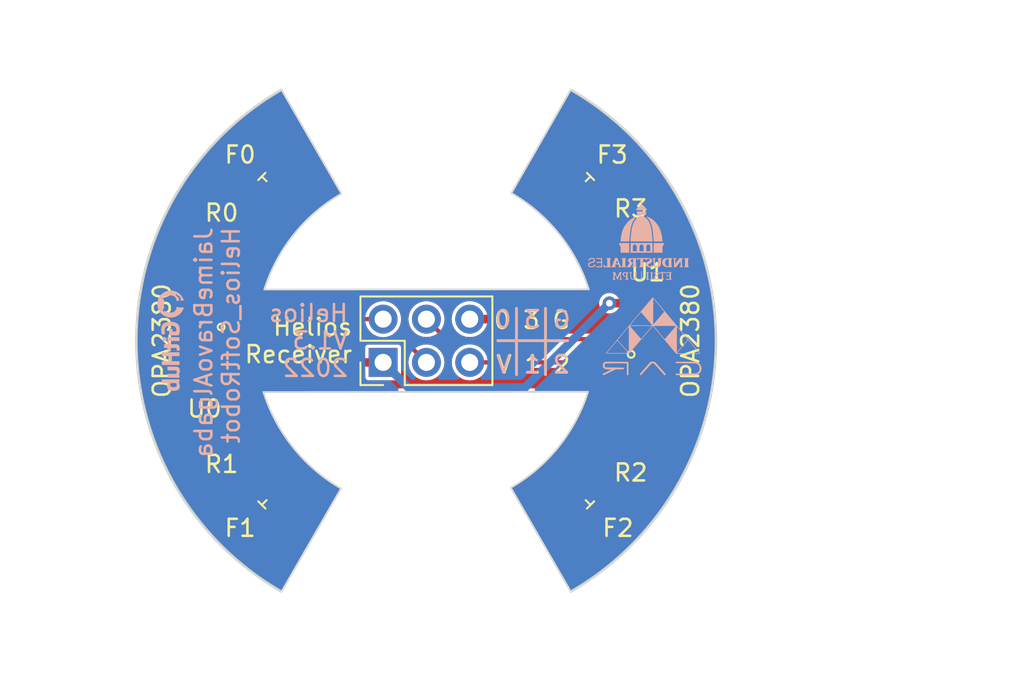
<source format=kicad_pcb>
(kicad_pcb (version 20211014) (generator pcbnew)
  (layers (0 "F.Cu" signal) (31 "B.Cu" signal) (34 "B.Paste" user) (35 "F.Paste" user) (36 "B.SilkS" user "B.Silkscreen") (37 "F.SilkS" user "F.Silkscreen") (38 "B.Mask" user) (39 "F.Mask" user) (44 "Edge.Cuts" user))
  (net 0 "")
  (net 1 "Net-(F0-Pad1)")
  (net 2 "GND")
  (net 3 "Net-(F1-Pad1)")
  (net 4 "Net-(F2-Pad1)")
  (net 5 "Net-(F3-Pad1)")
  (net 6 "O0")
  (net 7 "O1")
  (net 8 "O2")
  (net 9 "O3")
  (net 10 "VCC")
  (footprint "Helios:OPA2380" (layer "F.Cu") (at 178 100)
    (fp_text reference "U1" (at 0 -4) (layer "F.SilkS"))
    (fp_text value "OPA2380" (at 2.5 0 90) (layer "F.SilkS"))
    (pad "1" smd rect locked (at -0.975 2.2) (size 0.5 1.5) (layers "F.Cu" "F.Paste" "F.Mask") (net 8 "O2"))
    (pad "2" smd rect locked (at -0.325 2.2) (size 0.5 1.5) (layers "F.Cu" "F.Paste" "F.Mask") (net 4 "Net-(F2-Pad1)"))
    (pad "3" smd rect locked (at 0.325 2.2) (size 0.5 1.5) (layers "F.Cu" "F.Paste" "F.Mask") (net 2 "GND"))
    (pad "4" smd rect locked (at 0.975 2.2) (size 0.5 1.5) (layers "F.Cu" "F.Paste" "F.Mask") (net 2 "GND"))
    (pad "5" smd rect locked (at 0.975 -2.2) (size 0.5 1.5) (layers "F.Cu" "F.Paste" "F.Mask") (net 2 "GND"))
    (pad "6" smd rect locked (at 0.325 -2.2) (size 0.5 1.5) (layers "F.Cu" "F.Paste" "F.Mask") (net 5 "Net-(F3-Pad1)"))
    (pad "7" smd rect locked (at -0.325 -2.2) (size 0.5 1.5) (layers "F.Cu" "F.Paste" "F.Mask") (net 9 "O3"))
    (pad "8" smd rect locked (at -0.975 -2.2) (size 0.5 1.5) (layers "F.Cu" "F.Paste" "F.Mask") (net 10 "VCC"))
  )
  (footprint "Helios:RS_0805" (layer "F.Cu") (at 153 94.25 180)
    (fp_text reference "R0" (at 0 1.75) (layer "F.SilkS"))
    (fp_text value "Rf")
    (pad "1" smd rect locked (at -0.95 0 180) (size 0.7 1.3) (layers "F.Cu" "F.Paste" "F.Mask") (net 6 "O0"))
    (pad "2" smd rect locked (at 0.95 0 180) (size 0.7 1.3) (layers "F.Cu" "F.Paste" "F.Mask") (net 1 "Net-(F0-Pad1)"))
  )
  (footprint "Helios:SFH2704_Photodiode" (layer "F.Cu") (at 174.5 109.5 -135)
    (fp_text reference "F2" (at -0.176777 -2.298097) (layer "F.SilkS"))
    (fp_text value "SFH2704" hide)
    (pad "1" smd rect locked (at 0 -0.7 225) (size 1.9 0.4) (layers "F.Cu" "F.Paste" "F.Mask") (net 4 "Net-(F2-Pad1)"))
    (pad "2" smd rect locked (at 0 0.7 225) (size 1.9 0.4) (layers "F.Cu" "F.Paste" "F.Mask") (net 2 "GND"))
  )
  (footprint "Helios:SFH2704_Photodiode" (layer "F.Cu") (at 155.5 90.5 45)
    (fp_text reference "F0" (at 0 -2.000001 180) (layer "F.SilkS"))
    (fp_text value "SFH2704" hide)
    (pad "1" smd rect locked (at 0 -0.7 45) (size 1.9 0.4) (layers "F.Cu" "F.Paste" "F.Mask") (net 1 "Net-(F0-Pad1)"))
    (pad "2" smd rect locked (at 0 0.7 45) (size 1.9 0.4) (layers "F.Cu" "F.Paste" "F.Mask") (net 2 "GND"))
  )
  (footprint "Helios:RS_0805" (layer "F.Cu") (at 177 94.25)
    (fp_text reference "R3" (at 0 -2) (layer "F.SilkS"))
    (fp_text value "Rf")
    (pad "1" smd rect locked (at -0.95 0) (size 0.7 1.3) (layers "F.Cu" "F.Paste" "F.Mask") (net 9 "O3"))
    (pad "2" smd rect locked (at 0.95 0) (size 0.7 1.3) (layers "F.Cu" "F.Paste" "F.Mask") (net 5 "Net-(F3-Pad1)"))
  )
  (footprint "Helios:OPA2380" (layer "F.Cu") (at 152 100 180)
    (fp_text reference "U0" (at 0 -4) (layer "F.SilkS"))
    (fp_text value "OPA2380" (at 2.5 0 270) (layer "F.SilkS"))
    (pad "1" smd rect locked (at -0.975 2.2 180) (size 0.5 1.5) (layers "F.Cu" "F.Paste" "F.Mask") (net 6 "O0"))
    (pad "2" smd rect locked (at -0.325 2.2 180) (size 0.5 1.5) (layers "F.Cu" "F.Paste" "F.Mask") (net 1 "Net-(F0-Pad1)"))
    (pad "3" smd rect locked (at 0.325 2.2 180) (size 0.5 1.5) (layers "F.Cu" "F.Paste" "F.Mask") (net 2 "GND"))
    (pad "4" smd rect locked (at 0.975 2.2 180) (size 0.5 1.5) (layers "F.Cu" "F.Paste" "F.Mask") (net 2 "GND"))
    (pad "5" smd rect locked (at 0.975 -2.2 180) (size 0.5 1.5) (layers "F.Cu" "F.Paste" "F.Mask") (net 2 "GND"))
    (pad "6" smd rect locked (at 0.325 -2.2 180) (size 0.5 1.5) (layers "F.Cu" "F.Paste" "F.Mask") (net 3 "Net-(F1-Pad1)"))
    (pad "7" smd rect locked (at -0.325 -2.2 180) (size 0.5 1.5) (layers "F.Cu" "F.Paste" "F.Mask") (net 7 "O1"))
    (pad "8" smd rect locked (at -0.975 -2.2 180) (size 0.5 1.5) (layers "F.Cu" "F.Paste" "F.Mask") (net 10 "VCC"))
  )
  (footprint "Helios:SFH2704_Photodiode" (layer "F.Cu") (at 174.5 90.5 -45)
    (fp_text reference "F3" (at 0 -2.000001) (layer "F.SilkS"))
    (fp_text value "SFH2704" hide)
    (pad "1" smd rect locked (at 0 -0.7 315) (size 1.9 0.4) (layers "F.Cu" "F.Paste" "F.Mask") (net 5 "Net-(F3-Pad1)"))
    (pad "2" smd rect locked (at 0 0.7 315) (size 1.9 0.4) (layers "F.Cu" "F.Paste" "F.Mask") (net 2 "GND"))
  )
  (footprint "Helios:SFH2704_Photodiode" (layer "F.Cu") (at 155.5 109.5 135)
    (fp_text reference "F1" (at -0.06066 -2.06066 180) (layer "F.SilkS"))
    (fp_text value "SFH2704" hide)
    (pad "1" smd rect locked (at 0 -0.7 135) (size 1.9 0.4) (layers "F.Cu" "F.Paste" "F.Mask") (net 3 "Net-(F1-Pad1)"))
    (pad "2" smd rect locked (at 0 0.7 135) (size 1.9 0.4) (layers "F.Cu" "F.Paste" "F.Mask") (net 2 "GND"))
  )
  (footprint "Helios:RS_0805" (layer "F.Cu") (at 177 106)
    (fp_text reference "R2" (at 0 1.75) (layer "F.SilkS"))
    (fp_text value "Rf")
    (pad "1" smd rect locked (at -0.95 0) (size 0.7 1.3) (layers "F.Cu" "F.Paste" "F.Mask") (net 8 "O2"))
    (pad "2" smd rect locked (at 0.95 0) (size 0.7 1.3) (layers "F.Cu" "F.Paste" "F.Mask") (net 4 "Net-(F2-Pad1)"))
  )
  (footprint "Connector_PinHeader_2.54mm:PinHeader_2x03_P2.54mm_Vertical" (layer "F.Cu") (at 162.475 101.275 90)
    (fp_text reference "J0" hide)
    (fp_text value "Connector")
    (pad "1" thru_hole rect (at 0 0 90) (size 1.7 1.7) (drill 1) (layers *.Cu *.Mask) (net 10 "VCC"))
    (pad "2" thru_hole oval (at 2.54 0 90) (size 1.7 1.7) (drill 1) (layers *.Cu *.Mask) (net 6 "O0"))
    (pad "3" thru_hole oval (at 0 2.54 90) (size 1.7 1.7) (drill 1) (layers *.Cu *.Mask) (net 7 "O1"))
    (pad "4" thru_hole oval (at 2.54 2.54 90) (size 1.7 1.7) (drill 1) (layers *.Cu *.Mask) (net 9 "O3"))
    (pad "5" thru_hole oval (at 0 5.08 90) (size 1.7 1.7) (drill 1) (layers *.Cu *.Mask) (net 8 "O2"))
    (pad "6" thru_hole oval (at 2.54 5.08 90) (size 1.7 1.7) (drill 1) (layers *.Cu *.Mask) (net 2 "GND"))
  )
  (footprint "Helios:RS_0805" (layer "F.Cu") (at 153 105.75 180)
    (fp_text reference "R1" (at 0 -1.5) (layer "F.SilkS"))
    (fp_text value "Rf")
    (pad "1" smd rect locked (at -0.95 0 180) (size 0.7 1.3) (layers "F.Cu" "F.Paste" "F.Mask") (net 7 "O1"))
    (pad "2" smd rect locked (at 0.95 0 180) (size 0.7 1.3) (layers "F.Cu" "F.Paste" "F.Mask") (net 3 "Net-(F1-Pad1)"))
  )
  (footprint "LOGO" (layer "B.Cu") (at 150 100 -90)
    (fp_text reference "G***" hide)
    (fp_text value "LOGO" hide)
  )
  (footprint "LOGO" (layer "B.Cu") (at 177.5 94.25 180)
    (fp_text reference "G***" hide)
    (fp_text value "LOGO" hide)
  )
  (footprint "LOGO" (layer "B.Cu") (at 178.25 99.75 180)
    (fp_text reference "G***" hide)
    (fp_text value "LOGO" hide)
  )
  (gr_line (start 169.2 100) (end 173.3 100) (layer "B.SilkS") (width 0.15))
  (gr_line (start 172 102) (end 172 98.1) (layer "B.SilkS") (width 0.15))
  (gr_line (start 170.3 98.1) (end 170.3 102) (layer "B.SilkS") (width 0.15))
  (gr_line (start 170.3 98.1) (end 170.3 102) (layer "F.SilkS") (width 0.15))
  (gr_line (start 169.2 100) (end 173.3 100) (layer "F.SilkS") (width 0.15))
  (gr_line (start 172 98.1) (end 172 102) (layer "F.SilkS") (width 0.15))
  (gr_line (start 160.025772 91.368253) (end 156.511923 85.270692) (layer "Edge.Cuts") (width 0.1))
  (gr_arc (start 160 108.676765) (mid 157.193985 106.273147) (end 155.450535 103.01562) (layer "Edge.Cuts") (width 0.1))
  (gr_line (start 160 108.676765) (end 156.511923 114.729308) (layer "Edge.Cuts") (width 0.1))
  (gr_arc (start 174.5 103) (mid 172.76543 106.240841) (end 169.973684 108.63206) (layer "Edge.Cuts") (width 0.1))
  (gr_arc (start 156.511923 114.729308) (mid 147.999382 100) (end 156.511923 85.270692) (layer "Edge.Cuts") (width 0.15))
  (gr_line (start 174.54251 96.986576) (end 155.5 97) (layer "Edge.Cuts") (width 0.1))
  (gr_line (start 169.973684 108.63206) (end 173.48684 114.729308) (layer "Edge.Cuts") (width 0.1))
  (gr_arc (start 155.5 97) (mid 157.234373 93.759404) (end 160.025772 91.368253) (layer "Edge.Cuts") (width 0.1))
  (gr_arc (start 170.007011 91.335701) (mid 172.804181 93.736216) (end 174.54251 96.986576) (layer "Edge.Cuts") (width 0.1))
  (gr_line (start 173.48684 85.270692) (end 170.007011 91.335701) (layer "Edge.Cuts") (width 0.1))
  (gr_line (start 174.5 103) (end 155.450535 103.01562) (layer "Edge.Cuts") (width 0.1))
  (gr_arc (start 173.48684 85.270692) (mid 181.999381 100) (end 173.48684 114.729308) (layer "Edge.Cuts") (width 0.15))
  (gr_text "2 1 V" (at 171.25 101.4) (layer "B.SilkS") (effects (font (size 1 1)) (justify mirror)))
  (gr_text "G 3 0" (at 171.25 98.75) (layer "B.SilkS") (effects (font (size 1 1)) (justify mirror)))
  (gr_text "JaimeBravoAlgaba\nHelios_SoftRobot" (at 152.75 93.25 90) (layer "B.SilkS") (effects (font (size 1 1)) (justify left mirror)))
  (gr_text "Helios\nV1.3\n2022\n" (at 160.5 100) (layer "B.SilkS") (effects (font (size 1 1)) (justify left mirror)))
  (gr_text "V 1 2" (at 171.3 101.4) (layer "F.SilkS") (effects (font (size 1 1))))
  (gr_text "Helios\nReceiver" (at 160.75 100) (layer "F.SilkS") (effects (font (size 1 1)) (justify right)))
  (gr_text "0 3 G" (at 171.2 98.8) (layer "F.SilkS") (effects (font (size 1 1))))
  (segment (start 152.05 96.05) (end 152.05 94.25) (width 0.25) (layer "F.Cu") (net 1))
  (segment (start 152.325 96.325) (end 152.05 96.05) (width 0.25) (layer "F.Cu") (net 1))
  (segment (start 155.005025 90.005025) (end 152.05 92.96005) (width 0.25) (layer "F.Cu") (net 1))
  (segment (start 152.325 97.8) (end 152.325 96.325) (width 0.25) (layer "F.Cu") (net 1))
  (segment (start 152.05 92.96005) (end 152.05 94.25) (width 0.25) (layer "F.Cu") (net 1))
  (segment (start 151.675 103.675) (end 152.05 104.05) (width 0.25) (layer "F.Cu") (net 3))
  (segment (start 152.05 104.05) (end 152.05 105.75) (width 0.25) (layer "F.Cu") (net 3))
  (segment (start 151.675 102.2) (end 151.675 103.675) (width 0.25) (layer "F.Cu") (net 3))
  (segment (start 152.05 107.03995) (end 152.05 105.75) (width 0.25) (layer "F.Cu") (net 3))
  (segment (start 155.005025 109.994975) (end 152.05 107.03995) (width 0.25) (layer "F.Cu") (net 3))
  (segment (start 177.95 103.7) (end 177.95 106) (width 0.25) (layer "F.Cu") (net 4))
  (segment (start 177.95 106) (end 177.95 107.03995) (width 0.25) (layer "F.Cu") (net 4))
  (segment (start 177.95 107.03995) (end 174.994975 109.994975) (width 0.25) (layer "F.Cu") (net 4))
  (segment (start 177.675 103.425) (end 177.95 103.7) (width 0.25) (layer "F.Cu") (net 4))
  (segment (start 177.675 102.2) (end 177.675 103.425) (width 0.25) (layer "F.Cu") (net 4))
  (segment (start 174.994975 90.005025) (end 177.95 92.96005) (width 0.25) (layer "F.Cu") (net 5))
  (segment (start 177.95 95.9) (end 177.95 94.25) (width 0.25) (layer "F.Cu") (net 5))
  (segment (start 177.95 92.96005) (end 177.95 94.25) (width 0.25) (layer "F.Cu") (net 5))
  (segment (start 178.325 96.275) (end 177.95 95.9) (width 0.25) (layer "F.Cu") (net 5))
  (segment (start 178.325 97.8) (end 178.325 96.275) (width 0.25) (layer "F.Cu") (net 5))
  (segment (start 153.95 94.25) (end 153.95 95.65) (width 0.25) (layer "F.Cu") (net 6))
  (segment (start 153.95 95.65) (end 152.975 96.625) (width 0.25) (layer "F.Cu") (net 6))
  (segment (start 162.475 98.735) (end 155.735 98.735) (width 0.25) (layer "F.Cu") (net 6))
  (segment (start 155.735 98.735) (end 154.8 97.8) (width 0.25) (layer "F.Cu") (net 6))
  (segment (start 152.975 96.625) (end 152.975 97.8) (width 0.25) (layer "F.Cu") (net 6))
  (segment (start 154.8 97.8) (end 152.975 97.8) (width 0.25) (layer "F.Cu") (net 6))
  (segment (start 163.84 100.1) (end 153.425 100.1) (width 0.25) (layer "F.Cu") (net 7))
  (segment (start 165.015 101.275) (end 163.84 100.1) (width 0.25) (layer "F.Cu") (net 7))
  (segment (start 153.95 104.85) (end 153.55 104.45) (width 0.25) (layer "F.Cu") (net 7))
  (segment (start 153.95 105.75) (end 153.95 104.85) (width 0.25) (layer "F.Cu") (net 7))
  (segment (start 152.325 103.225) (end 152.325 102.2) (width 0.25) (layer "F.Cu") (net 7))
  (segment (start 153.55 104.45) (end 152.325 103.225) (width 0.25) (layer "F.Cu") (net 7))
  (segment (start 152.325 101.2) (end 152.325 102.2) (width 0.25) (layer "F.Cu") (net 7))
  (segment (start 153.425 100.1) (end 152.325 101.2) (width 0.25) (layer "F.Cu") (net 7))
  (segment (start 175.45 102.2) (end 177.025 102.2) (width 0.25) (layer "F.Cu") (net 8))
  (segment (start 176.05 104.7) (end 177.025 103.725) (width 0.25) (layer "F.Cu") (net 8))
  (segment (start 176.05 106) (end 176.05 104.7) (width 0.25) (layer "F.Cu") (net 8))
  (segment (start 167.555 101.275) (end 174.525 101.275) (width 0.25) (layer "F.Cu") (net 8))
  (segment (start 177.025 103.725) (end 177.025 102.2) (width 0.25) (layer "F.Cu") (net 8))
  (segment (start 174.525 101.275) (end 175.45 102.2) (width 0.25) (layer "F.Cu") (net 8))
  (segment (start 166.19 99.91) (end 176.565 99.91) (width 0.25) (layer "F.Cu") (net 9))
  (segment (start 176.565 99.91) (end 177.675 98.8) (width 0.25) (layer "F.Cu") (net 9))
  (segment (start 177.675 96.8) (end 177.675 97.8) (width 0.25) (layer "F.Cu") (net 9))
  (segment (start 176.05 94.25) (end 176.05 95.175) (width 0.25) (layer "F.Cu") (net 9))
  (segment (start 176.05 95.175) (end 177.675 96.8) (width 0.25) (layer "F.Cu") (net 9))
  (segment (start 177.675 98.8) (end 177.675 97.8) (width 0.25) (layer "F.Cu") (net 9))
  (segment (start 165.015 98.735) (end 166.19 99.91) (width 0.25) (layer "F.Cu") (net 9))
  (segment (start 154.8 102.2) (end 153.025 102.2) (width 0.5) (layer "F.Cu") (net 10))
  (segment (start 155.725 101.275) (end 154.8 102.2) (width 0.5) (layer "F.Cu") (net 10))
  (segment (start 175.75 97.8) (end 176.975 97.8) (width 0.5) (layer "F.Cu") (net 10))
  (segment (start 162.475 101.275) (end 155.725 101.275) (width 0.5) (layer "F.Cu") (net 10))
  (via (at 175.75 97.8) (size 0.8) (drill 0.4) (layers "F.Cu" "B.Cu") (net 10))
  (segment (start 170.8 102.75) (end 175.75 97.8) (width 0.5) (layer "B.Cu") (net 10))
  (segment (start 163.95 102.75) (end 170.8 102.75) (width 0.5) (layer "B.Cu") (net 10))
  (segment (start 162.475 101.275) (end 163.95 102.75) (width 0.5) (layer "B.Cu") (net 10))
  (zone (net 0) (net_name "") (layer "F.Cu") (connect_pads (clearance 0)) (min_thickness 0.254)
    (keepout (tracks allowed) (vias allowed) (pads allowed) (copperpour not_allowed) (footprints allowed))
    (fill (thermal_gap 0.508) (thermal_bridge_width 0.508))
    (polygon (pts (xy 176.25 90.75) (xy 175.25 91.75) (xy 173.25 89.75) (xy 174.25 88.75)))
  )
  (zone (net 0) (net_name "") (layer "F.Cu") (connect_pads (clearance 0)) (min_thickness 0.254)
    (keepout (tracks allowed) (vias allowed) (pads allowed) (copperpour not_allowed) (footprints allowed))
    (fill (thermal_gap 0.508) (thermal_bridge_width 0.508))
    (polygon (pts (xy 176.25 109.25) (xy 174.25 111.25) (xy 173.25 110.25) (xy 175.25 108.25)))
  )
  (zone (net 0) (net_name "") (layer "F.Cu") (connect_pads (clearance 0)) (min_thickness 0.254)
    (keepout (tracks allowed) (vias allowed) (pads allowed) (copperpour not_allowed) (footprints allowed))
    (fill (thermal_gap 0.508) (thermal_bridge_width 0.508))
    (polygon (pts (xy 179.75 101.75) (xy 176.5 101.75) (xy 176.5 98.25) (xy 179.75 98.25)))
  )
  (zone (net 0) (net_name "") (layer "F.Cu") (connect_pads (clearance 0)) (min_thickness 0.254)
    (keepout (tracks allowed) (vias allowed) (pads allowed) (copperpour not_allowed) (footprints allowed))
    (fill (thermal_gap 0.508) (thermal_bridge_width 0.508))
    (polygon (pts (xy 177.75 95) (xy 176.25 95) (xy 176.25 91.5) (xy 177.75 93)))
  )
  (zone (net 0) (net_name "") (layer "F.Cu") (connect_pads (clearance 0)) (min_thickness 0.254)
    (keepout (tracks allowed) (vias allowed) (pads allowed) (copperpour not_allowed) (footprints allowed))
    (fill (thermal_gap 0.508) (thermal_bridge_width 0.508))
    (polygon (pts (xy 153.75 95.25) (xy 152.25 95.25) (xy 152.25 93) (xy 153.75 91.5)))
  )
  (zone (net 2) (net_name "GND") (layer "F.Cu") (connect_pads (clearance 0.2)) (min_thickness 0.254) (fill yes (thermal_gap 0.508) (thermal_bridge_width 0.508))
    (polygon (pts (xy 190 120) (xy 140 120) (xy 140 80) (xy 190 80)))
  )
  (zone (net 0) (net_name "") (layer "F.Cu") (connect_pads (clearance 0)) (min_thickness 0.254)
    (keepout (tracks allowed) (vias allowed) (pads allowed) (copperpour not_allowed) (footprints allowed))
    (fill (thermal_gap 0.508) (thermal_bridge_width 0.508))
    (polygon (pts (xy 153.75 108.5) (xy 152.25 107) (xy 152.25 105) (xy 153.75 105)))
  )
  (zone (net 0) (net_name "") (layer "F.Cu") (connect_pads (clearance 0)) (min_thickness 0.254)
    (keepout (tracks allowed) (vias allowed) (pads allowed) (copperpour not_allowed) (footprints allowed))
    (fill (thermal_gap 0.508) (thermal_bridge_width 0.508))
    (polygon (pts (xy 156.75 110.25) (xy 155.75 111.25) (xy 153.75 109.25) (xy 154.75 108.25)))
  )
  (zone (net 0) (net_name "") (layer "F.Cu") (connect_pads (clearance 0)) (min_thickness 0.254)
    (keepout (tracks allowed) (vias allowed) (pads allowed) (copperpour not_allowed) (footprints allowed))
    (fill (thermal_gap 0.508) (thermal_bridge_width 0.508))
    (polygon (pts (xy 153.25 101.75) (xy 150.25 101.75) (xy 150.25 98.25) (xy 153.25 98.25)))
  )
  (zone (net 0) (net_name "") (layer "F.Cu") (connect_pads (clearance 0)) (min_thickness 0.254)
    (keepout (tracks allowed) (vias allowed) (pads allowed) (copperpour not_allowed) (footprints allowed))
    (fill (thermal_gap 0.508) (thermal_bridge_width 0.508))
    (polygon (pts (xy 156.75 89.75) (xy 154.75 91.75) (xy 153.75 90.75) (xy 155.75 88.75)))
  )
  (zone (net 0) (net_name "") (layer "F.Cu") (connect_pads (clearance 0)) (min_thickness 0.254)
    (keepout (tracks allowed) (vias allowed) (pads allowed) (copperpour not_allowed) (footprints allowed))
    (fill (thermal_gap 0.508) (thermal_bridge_width 0.508))
    (polygon (pts (xy 177.75 107) (xy 176.25 108.5) (xy 176.25 105.25) (xy 177.75 105.25)))
  )
  (zone (net 0) (net_name "") (layer "B.Cu") (connect_pads (clearance 0)) (min_thickness 0.254) (fill yes (thermal_gap 0.508) (thermal_bridge_width 0.508))
    (polygon (pts (xy 190 120) (xy 140 120) (xy 140 80) (xy 190 80)))
  )
)
</source>
